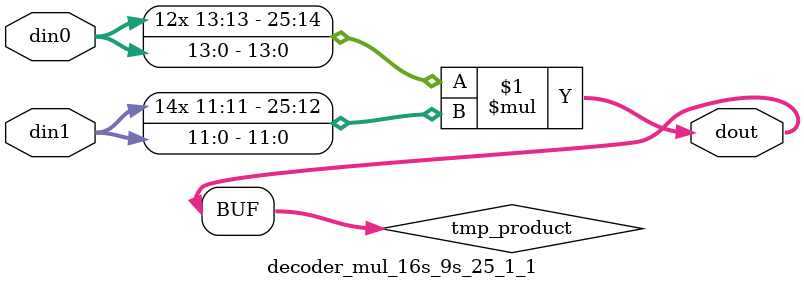
<source format=v>

`timescale 1 ns / 1 ps

 module decoder_mul_16s_9s_25_1_1(din0, din1, dout);
parameter ID = 1;
parameter NUM_STAGE = 0;
parameter din0_WIDTH = 14;
parameter din1_WIDTH = 12;
parameter dout_WIDTH = 26;

input [din0_WIDTH - 1 : 0] din0; 
input [din1_WIDTH - 1 : 0] din1; 
output [dout_WIDTH - 1 : 0] dout;

wire signed [dout_WIDTH - 1 : 0] tmp_product;



























assign tmp_product = $signed(din0) * $signed(din1);








assign dout = tmp_product;





















endmodule

</source>
